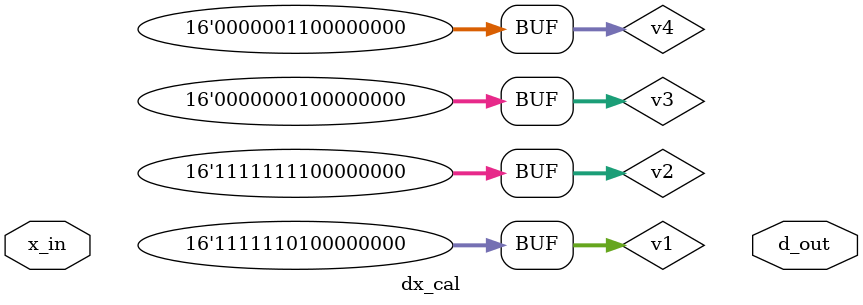
<source format=v>
module dx_cal #(
	parameter  N = 16,
	parameter  Q = 8
)(
	input  signed [N-1:0] x_in,
	output signed [N-1:0] d_out
);

wire  signed [N-1:0] dx_1, dx_2, dx_3, dx_4, dx_5;
wire ovr_dx1,ovr_dx2,ovr_dx3,ovr_dx4;

wire signed [N-1:0] v1,v2,v3,v4;
wire signed [N-1:0] tmp_1,tmp_2,tmp_3,tmp_4;

assign v1 = -3 << Q;
assign v2 = -1 << Q;
assign v3 =  1 << Q;
assign v4 =  3 << Q;
 
assign tmp_1 = v1 - x_in;//xi1_in;
assign tmp_2 = v2 - x_in;//xi1_in;
assign tmp_3 = v3 - x_in;//xi1_in;
assign tmp_4 = v4 - x_in;//xi1_in;

qmult #(.Q(Q), .N(N)) qmul_rq1 (
    .i_multiplicand(tmp_1),
    .i_multiplier(tmp_1),
    .o_result(dx_1),
    .ovr(ovr_dx1)
);

qmult #(.Q(Q), .N(N)) qmul_rq2 (
    .i_multiplicand(tmp_2),
    .i_multiplier(tmp_2),
    .o_result(dx_2),
    .ovr(ovr_dx2)
);

qmult #(.Q(Q), .N(N)) qmul_rq3 (
    .i_multiplicand(tmp_3),
    .i_multiplier(tmp_3),
    .o_result(dx_3),
    .ovr(ovr_dx3)
);
qmult #(.Q(Q), .N(N)) qmul_rq4 (
    .i_multiplicand(tmp_4),
    .i_multiplier(tmp_4),
    .o_result(dx_4),
    .ovr(ovr_dx4)
);


endmodule 
</source>
